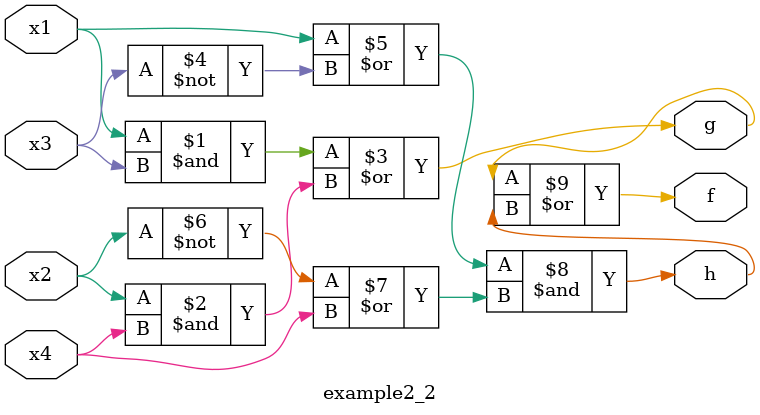
<source format=v>
module example2_2(x1, x2, x3, x4, f, g, h);

	input x1, x2, x3, x4;
	output f, g, h;
	
	assign g = ((x1 & x3) | (x2 & x4));
	assign h = ((x1 | ~x3) & (~x2 | x4));
	assign f = (g | h);

endmodule

</source>
